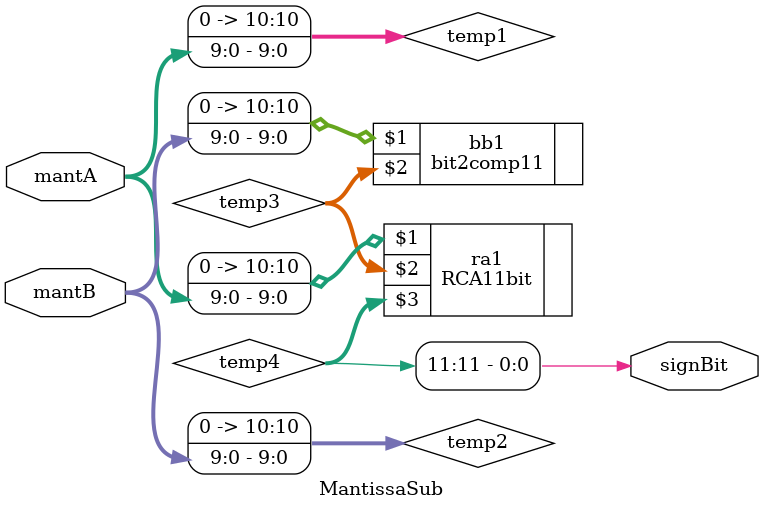
<source format=v>
`include "RCA11bit.v"

module MantissaSub (mantA,mantB,signBit);

	input [9:0] mantA,mantB;
	output signBit;		// if A-B is positive signBit=1 else 0

	wire [10:0] temp1,temp2,temp3;
	wire [11:0] temp4;
	assign temp1 = {{1'b0},mantA};
	assign temp2 = {{1'b0},mantB};
	bit2comp11 bb1(temp2,temp3);
	RCA11bit ra1(temp1,temp3,temp4);

	assign signBit = temp4[11]; 	// diffVal = signBit&temp1[4:0] || (~signBit&)

	// assign expA = 5'b11001;
	// assign expB = 5'b11100;

	// always @(*) begin
	// $display("%b %b",signBit,diffVal);
	// end

endmodule
</source>
